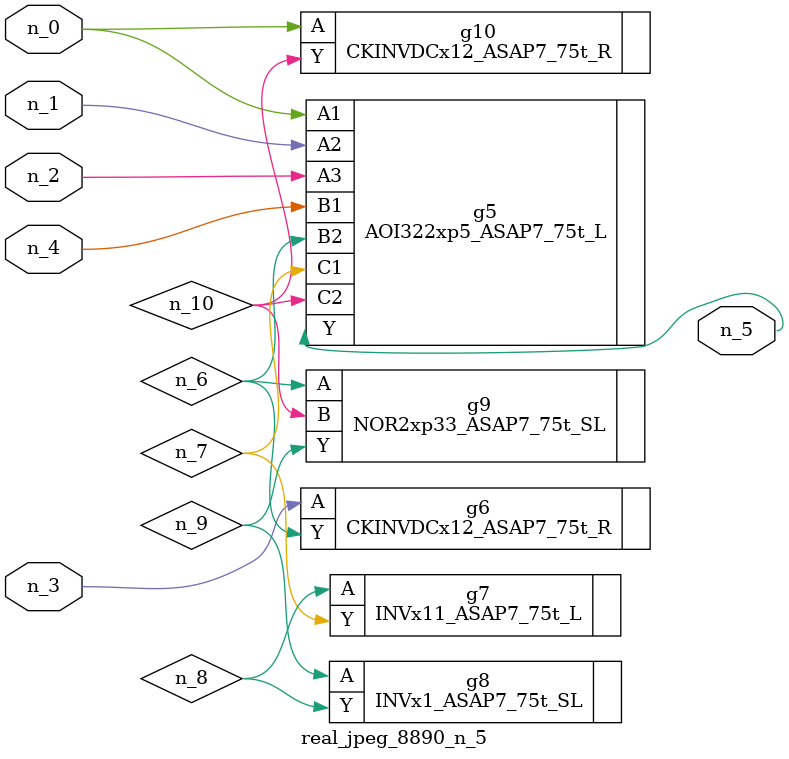
<source format=v>
module real_jpeg_8890_n_5 (n_4, n_0, n_1, n_2, n_3, n_5);

input n_4;
input n_0;
input n_1;
input n_2;
input n_3;

output n_5;

wire n_8;
wire n_6;
wire n_7;
wire n_10;
wire n_9;

AOI322xp5_ASAP7_75t_L g5 ( 
.A1(n_0),
.A2(n_1),
.A3(n_2),
.B1(n_4),
.B2(n_6),
.C1(n_7),
.C2(n_10),
.Y(n_5)
);

CKINVDCx12_ASAP7_75t_R g10 ( 
.A(n_0),
.Y(n_10)
);

CKINVDCx12_ASAP7_75t_R g6 ( 
.A(n_3),
.Y(n_6)
);

NOR2xp33_ASAP7_75t_SL g9 ( 
.A(n_6),
.B(n_10),
.Y(n_9)
);

INVx11_ASAP7_75t_L g7 ( 
.A(n_8),
.Y(n_7)
);

INVx1_ASAP7_75t_SL g8 ( 
.A(n_9),
.Y(n_8)
);


endmodule
</source>
